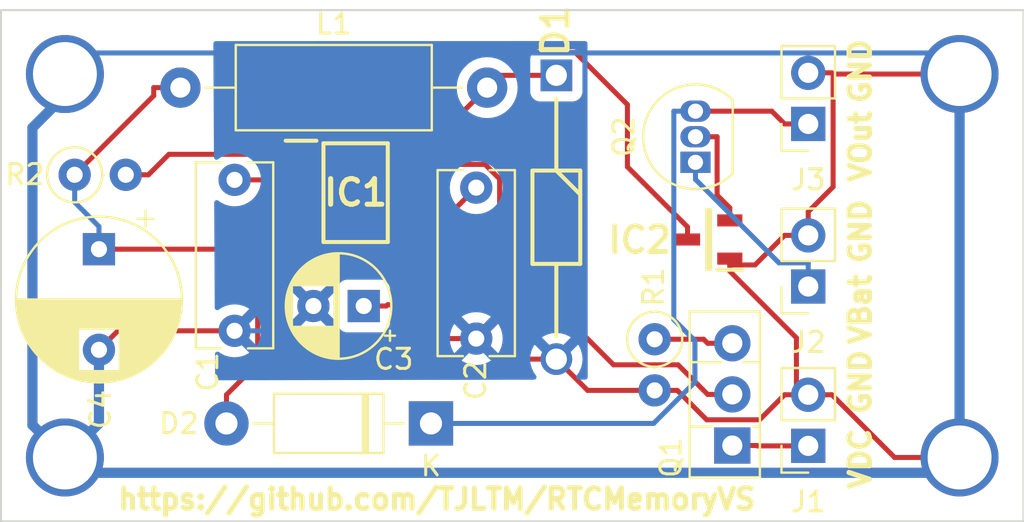
<source format=kicad_pcb>
(kicad_pcb (version 20211014) (generator pcbnew)
  (layers (0 "F.Cu" signal) (31 "B.Cu" signal) (34 "B.Paste" user) (35 "F.Paste" user) (36 "B.SilkS" user "B.Silkscreen") (37 "F.SilkS" user "F.Silkscreen") (38 "B.Mask" user) (39 "F.Mask" user) (44 "Edge.Cuts" user))
  (net 0 "")
  (net 1 "Net-(C1-Pad1)")
  (net 2 "GND")
  (net 3 "Net-(C2-Pad1)")
  (net 4 "+VDC")
  (net 5 "+3.3VP")
  (net 6 "Net-(D1-Pad1)")
  (net 7 "Net-(D2-Pad1)")
  (net 8 "Net-(IC1-Pad1)")
  (net 9 "Net-(IC2-Pad2)")
  (net 10 "Net-(Q1-Pad1)")
  (net 11 "Net-(J2-Pad1)")
  (net 12 "Net-(Q1-Pad3)")
  (footprint "Connector_PinSocket_2.54mm:PinSocket_1x02_P2.54mm_Vertical" (layer "F.Cu") (at 141.7064 81.8545 180)
    (fp_text reference "J3" (at 0 -2.77) (layer "F.SilkS"))
    (fp_text value "Conn_01x02")
    (fp_line (start 1.33 -1.33) (end 1.33 0) (layer "F.SilkS") (width 0.12))
    (fp_line (start 1.33 1.27) (end 1.33 3.87) (layer "F.SilkS") (width 0.12))
    (fp_line (start -1.33 1.27) (end -1.33 3.87) (layer "F.SilkS") (width 0.12))
    (fp_line (start 0 -1.33) (end 1.33 -1.33) (layer "F.SilkS") (width 0.12))
    (fp_line (start -1.33 1.27) (end 1.33 1.27) (layer "F.SilkS") (width 0.12))
    (fp_line (start -1.33 3.87) (end 1.33 3.87) (layer "F.SilkS") (width 0.12))
    (pad "1" thru_hole rect locked (at 0 0 180) (size 1.7 1.7) (drill 1) (layers *.Cu *.Mask) (net 7 "Net-(D2-Pad1)"))
    (pad "2" thru_hole oval locked (at 0 2.54 180) (size 1.7 1.7) (drill 1) (layers *.Cu *.Mask) (net 2 "GND"))
  )
  (footprint "SamacSys_Parts:SOT95P237X112-3N" (layer "F.Cu") (at 136.7591 87.5966 180)
    (fp_text reference "IC2" (at 3.427105 -0.023636) (layer "F.SilkS") (effects (font (size 1.27 1.27) (thickness 0.254))))
    (fp_text value "MAX6326UR31+T" hide)
    (fp_line (start -0.075 1.46) (end -0.075 -1.46) (layer "F.SilkS") (width 0.2))
    (fp_line (start 0.075 1.46) (end -0.075 1.46) (layer "F.SilkS") (width 0.2))
    (fp_line (start 0.075 -1.46) (end 0.075 1.46) (layer "F.SilkS") (width 0.2))
    (fp_line (start -1.675 -1.5) (end -0.425 -1.5) (layer "F.SilkS") (width 0.2))
    (fp_line (start -0.075 -1.46) (end 0.075 -1.46) (layer "F.SilkS") (width 0.2))
    (pad "1" smd rect locked (at -1.05 -0.95 270) (size 0.6 1.25) (layers "F.Cu" "F.Paste" "F.Mask") (net 2 "GND"))
    (pad "2" smd rect locked (at -1.05 0.95 270) (size 0.6 1.25) (layers "F.Cu" "F.Paste" "F.Mask") (net 9 "Net-(IC2-Pad2)"))
    (pad "3" smd rect locked (at 1.05 0 270) (size 0.6 1.25) (layers "F.Cu" "F.Paste" "F.Mask") (net 5 "+3.3VP"))
  )
  (footprint "Connector_PinSocket_2.54mm:PinSocket_1x02_P2.54mm_Vertical" (layer "F.Cu") (at 141.7064 97.8488 180)
    (fp_text reference "J1" (at 0 -2.77) (layer "F.SilkS"))
    (fp_text value "Conn_01x02")
    (fp_line (start 1.33 -1.33) (end 1.33 0) (layer "F.SilkS") (width 0.12))
    (fp_line (start -1.33 3.87) (end 1.33 3.87) (layer "F.SilkS") (width 0.12))
    (fp_line (start -1.33 1.27) (end -1.33 3.87) (layer "F.SilkS") (width 0.12))
    (fp_line (start 1.33 1.27) (end 1.33 3.87) (layer "F.SilkS") (width 0.12))
    (fp_line (start -1.33 1.27) (end 1.33 1.27) (layer "F.SilkS") (width 0.12))
    (fp_line (start 0 -1.33) (end 1.33 -1.33) (layer "F.SilkS") (width 0.12))
    (pad "1" thru_hole rect locked (at 0 0 180) (size 1.7 1.7) (drill 1) (layers *.Cu *.Mask) (net 10 "Net-(Q1-Pad1)"))
    (pad "2" thru_hole oval locked (at 0 2.54 180) (size 1.7 1.7) (drill 1) (layers *.Cu *.Mask) (net 2 "GND"))
  )
  (footprint "Package_TO_SOT_THT:TO-92_Inline" (layer "F.Cu") (at 136.1042 83.7601 90)
    (fp_text reference "Q2" (at 1.27 -3.56 90) (layer "F.SilkS"))
    (fp_text value "BS250")
    (fp_line (start -0.53 1.85) (end 3.07 1.85) (layer "F.SilkS") (width 0.12))
    (fp_arc (start -0.568478 1.838478) (mid -1.132087 -0.994977) (end 1.27 -2.6) (layer "F.SilkS") (width 0.12))
    (fp_arc (start 1.27 -2.6) (mid 3.672087 -0.994977) (end 3.108478 1.838478) (layer "F.SilkS") (width 0.12))
    (pad "1" thru_hole rect locked (at 0 0 90) (size 1.05 1.5) (drill 0.75) (layers *.Cu *.Mask) (net 11 "Net-(J2-Pad1)"))
    (pad "2" thru_hole oval locked (at 1.27 0 90) (size 1.05 1.5) (drill 0.75) (layers *.Cu *.Mask) (net 9 "Net-(IC2-Pad2)"))
    (pad "3" thru_hole oval locked (at 2.54 0 90) (size 1.05 1.5) (drill 0.75) (layers *.Cu *.Mask) (net 7 "Net-(D2-Pad1)"))
  )
  (footprint "Diode_THT:D_DO-41_SOD81_P10.16mm_Horizontal" (layer "F.Cu") (at 122.9619 96.7347 180)
    (fp_text reference "D2" (at 12.525089 0) (layer "F.SilkS"))
    (fp_text value "1N4001")
    (fp_text user "K" (at 0 -2.1) (layer "F.SilkS"))
    (fp_line (start 3.38 -1.47) (end 3.38 1.47) (layer "F.SilkS") (width 0.12))
    (fp_line (start 7.8 1.47) (end 7.8 -1.47) (layer "F.SilkS") (width 0.12))
    (fp_line (start 1.34 0) (end 2.36 0) (layer "F.SilkS") (width 0.12))
    (fp_line (start 8.82 0) (end 7.8 0) (layer "F.SilkS") (width 0.12))
    (fp_line (start 3.14 -1.47) (end 3.14 1.47) (layer "F.SilkS") (width 0.12))
    (fp_line (start 3.26 -1.47) (end 3.26 1.47) (layer "F.SilkS") (width 0.12))
    (fp_line (start 2.36 -1.47) (end 2.36 1.47) (layer "F.SilkS") (width 0.12))
    (fp_line (start 2.36 1.47) (end 7.8 1.47) (layer "F.SilkS") (width 0.12))
    (fp_line (start 7.8 -1.47) (end 2.36 -1.47) (layer "F.SilkS") (width 0.12))
    (pad "1" thru_hole rect locked (at 0 0 180) (size 2.2 2.2) (drill 1.1) (layers *.Cu *.Mask) (net 7 "Net-(D2-Pad1)"))
    (pad "2" thru_hole oval locked (at 10.16 0 180) (size 2.2 2.2) (drill 1.1) (layers *.Cu *.Mask) (net 5 "+3.3VP"))
  )
  (footprint "Package_TO_SOT_THT:TO-126-3_Vertical" (layer "F.Cu") (at 137.9342 97.8319 90)
    (fp_text reference "Q1" (at -0.599132 -3.051853 90) (layer "F.SilkS"))
    (fp_text value "BD140")
    (fp_line (start 4.141 -2.12) (end 4.141 -0.54) (layer "F.SilkS") (width 0.12))
    (fp_line (start 6.66 -2.12) (end 6.66 1.37) (layer "F.SilkS") (width 0.12))
    (fp_line (start -1.58 -2.12) (end 6.66 -2.12) (layer "F.SilkS") (width 0.12))
    (fp_line (start 4.141 0.54) (end 4.141 1.37) (layer "F.SilkS") (width 0.12))
    (fp_line (start 0.94 1.05) (end 0.94 1.37) (layer "F.SilkS") (width 0.12))
    (fp_line (start -1.58 -2.12) (end -1.58 1.37) (layer "F.SilkS") (width 0.12))
    (fp_line (start 0.94 -2.12) (end 0.94 -1.05) (layer "F.SilkS") (width 0.12))
    (fp_line (start -1.58 1.37) (end 6.66 1.37) (layer "F.SilkS") (width 0.12))
    (pad "1" thru_hole rect locked (at 0 0 90) (size 1.8 1.8) (drill 1) (layers *.Cu *.Mask) (net 10 "Net-(Q1-Pad1)"))
    (pad "2" thru_hole oval locked (at 2.54 0 90) (size 1.8 1.8) (drill 1) (layers *.Cu *.Mask) (net 4 "+VDC"))
    (pad "3" thru_hole oval locked (at 5.08 0 90) (size 1.8 1.8) (drill 1) (layers *.Cu *.Mask) (net 12 "Net-(Q1-Pad3)"))
  )
  (footprint "Capacitor_THT:CP_Radial_D8.0mm_P5.00mm" (layer "F.Cu") (at 106.4663 88.0764 -90)
    (fp_text reference "C4" (at 7.968742 -0.070906 90) (layer "F.SilkS"))
    (fp_text value "120uF")
    (fp_line (start 4.901 -3.309) (end 4.901 -1.04) (layer "F.SilkS") (width 0.12))
    (fp_line (start 5.741 -2.505) (end 5.741 -1.04) (layer "F.SilkS") (width 0.12))
    (fp_line (start 5.661 -2.604) (end 5.661 -1.04) (layer "F.SilkS") (width 0.12))
    (fp_line (start 3.781 -3.877) (end 3.781 3.877) (layer "F.SilkS") (width 0.12))
    (fp_line (start 4.261 -3.686) (end 4.261 -1.04) (layer "F.SilkS") (width 0.12))
    (fp_line (start 4.181 -3.722) (end 4.181 -1.04) (layer "F.SilkS") (width 0.12))
    (fp_line (start 2.5 -4.08) (end 2.5 4.08) (layer "F.SilkS") (width 0.12))
    (fp_line (start 4.581 1.04) (end 4.581 3.517) (layer "F.SilkS") (width 0.12))
    (fp_line (start 4.701 -3.444) (end 4.701 -1.04) (layer "F.SilkS") (width 0.12))
    (fp_line (start 2.9 -4.061) (end 2.9 4.061) (layer "F.SilkS") (width 0.12))
    (fp_line (start 5.701 1.04) (end 5.701 2.556) (layer "F.SilkS") (width 0.12))
    (fp_line (start 5.261 1.04) (end 5.261 3.019) (layer "F.SilkS") (width 0.12))
    (fp_line (start 4.421 -3.606) (end 4.421 -1.04) (layer "F.SilkS") (width 0.12))
    (fp_line (start 2.74 -4.074) (end 2.74 4.074) (layer "F.SilkS") (width 0.12))
    (fp_line (start 4.221 1.04) (end 4.221 3.704) (layer "F.SilkS") (width 0.12))
    (fp_line (start 2.98 -4.052) (end 2.98 4.052) (layer "F.SilkS") (width 0.12))
    (fp_line (start 4.341 -3.647) (end 4.341 -1.04) (layer "F.SilkS") (width 0.12))
    (fp_line (start 5.021 1.04) (end 5.021 3.22) (layer "F.SilkS") (width 0.12))
    (fp_line (start 4.661 1.04) (end 4.661 3.469) (layer "F.SilkS") (width 0.12))
    (fp_line (start 6.181 -1.813) (end 6.181 1.813) (layer "F.SilkS") (width 0.12))
    (fp_line (start 5.621 1.04) (end 5.621 2.651) (layer "F.SilkS") (width 0.12))
    (fp_line (start 4.621 -3.493) (end 4.621 -1.04) (layer "F.SilkS") (width 0.12))
    (fp_line (start 5.541 -2.741) (end 5.541 -1.04) (layer "F.SilkS") (width 0.12))
    (fp_line (start 4.741 -3.418) (end 4.741 -1.04) (layer "F.SilkS") (width 0.12))
    (fp_line (start 2.62 -4.079) (end 2.62 4.079) (layer "F.SilkS") (width 0.12))
    (fp_line (start -1.909698 -2.315) (end -1.109698 -2.315) (layer "F.SilkS") (width 0.12))
    (fp_line (start 4.621 1.04) (end 4.621 3.493) (layer "F.SilkS") (width 0.12))
    (fp_line (start 3.501 -3.957) (end 3.501 3.957) (layer "F.SilkS") (width 0.12))
    (fp_line (start 5.661 1.04) (end 5.661 2.604) (layer "F.SilkS") (width 0.12))
    (fp_line (start 2.66 -4.077) (end 2.66 4.077) (layer "F.SilkS") (width 0.12))
    (fp_line (start 3.861 -3.85) (end 3.861 3.85) (layer "F.SilkS") (width 0.12))
    (fp_line (start 5.141 1.04) (end 5.141 3.124) (layer "F.SilkS") (width 0.12))
    (fp_line (start 3.741 -3.889) (end 3.741 3.889) (layer "F.SilkS") (width 0.12))
    (fp_line (start 3.1 -4.037) (end 3.1 4.037) (layer "F.SilkS") (width 0.12))
    (fp_line (start 5.781 -2.454) (end 5.781 -1.04) (layer "F.SilkS") (width 0.12))
    (fp_line (start 5.941 -2.228) (end 5.941 -1.04) (layer "F.SilkS") (width 0.12))
    (fp_line (start 5.781 1.04) (end 5.781 2.454) (layer "F.SilkS") (width 0.12))
    (fp_line (start 4.941 -3.28) (end 4.941 -1.04) (layer "F.SilkS") (width 0.12))
    (fp_line (start 4.061 -3.774) (end 4.061 -1.04) (layer "F.SilkS") (width 0.12))
    (fp_line (start 4.341 1.04) (end 4.341 3.647) (layer "F.SilkS") (width 0.12))
    (fp_line (start 3.421 -3.976) (end 3.421 3.976) (layer "F.SilkS") (width 0.12))
    (fp_line (start 3.981 -3.805) (end 3.981 -1.04) (layer "F.SilkS") (width 0.12))
    (fp_line (start 6.261 -1.645) (end 6.261 1.645) (layer "F.SilkS") (width 0.12))
    (fp_line (start 5.501 1.04) (end 5.501 2.784) (layer "F.SilkS") (width 0.12))
    (fp_line (start 4.381 1.04) (end 4.381 3.627) (layer "F.SilkS") (width 0.12))
    (fp_line (start 6.021 1.04) (end 6.021 2.102) (layer "F.SilkS") (width 0.12))
    (fp_line (start 4.821 1.04) (end 4.821 3.365) (layer "F.SilkS") (width 0.12))
    (fp_line (start 5.261 -3.019) (end 5.261 -1.04) (layer "F.SilkS") (width 0.12))
    (fp_line (start 3.541 -3.947) (end 3.541 3.947) (layer "F.SilkS") (width 0.12))
    (fp_line (start 6.501 -0.948) (end 6.501 0.948) (layer "F.SilkS") (width 0.12))
    (fp_line (start 5.221 -3.055) (end 5.221 -1.04) (layer "F.SilkS") (width 0.12))
    (fp_line (start 4.781 1.04) (end 4.781 3.392) (layer "F.SilkS") (width 0.12))
    (fp_line (start 3.18 -4.024) (end 3.18 4.024) (layer "F.SilkS") (width 0.12))
    (fp_line (start 5.941 1.04) (end 5.941 2.228) (layer "F.SilkS") (width 0.12))
    (fp_line (start 5.741 1.04) (end 5.741 2.505) (layer "F.SilkS") (width 0.12))
    (fp_line (start 4.981 -3.25) (end 4.981 -1.04) (layer "F.SilkS") (width 0.12))
    (fp_line (start 3.221 -4.017) (end 3.221 4.017) (layer "F.SilkS") (width 0.12))
    (fp_line (start 5.181 1.04) (end 5.181 3.09) (layer "F.SilkS") (width 0.12))
    (fp_line (start 5.341 1.04) (end 5.341 2.945) (layer "F.SilkS") (width 0.12))
    (fp_line (start 6.021 -2.102) (end 6.021 -1.04) (layer "F.SilkS") (width 0.12))
    (fp_line (start 3.941 -3.821) (end 3.941 3.821) (layer "F.SilkS") (width 0.12))
    (fp_line (start 4.061 1.04) (end 4.061 3.774) (layer "F.SilkS") (width 0.12))
    (fp_line (start 5.181 -3.09) (end 5.181 -1.04) (layer "F.SilkS") (width 0.12))
    (fp_line (start 3.701 -3.902) (end 3.701 3.902) (layer "F.SilkS") (width 0.12))
    (fp_line (start 6.221 -1.731) (end 6.221 1.731) (layer "F.SilkS") (width 0.12))
    (fp_line (start 3.14 -4.03) (end 3.14 4.03) (layer "F.SilkS") (width 0.12))
    (fp_line (start 5.381 1.04) (end 5.381 2.907) (layer "F.SilkS") (width 0.12))
    (fp_line (start 3.02 -4.048) (end 3.02 4.048) (layer "F.SilkS") (width 0.12))
    (fp_line (start -1.509698 -2.715) (end -1.509698 -1.915) (layer "F.SilkS") (width 0.12))
    (fp_line (start 4.021 1.04) (end 4.021 3.79) (layer "F.SilkS") (width 0.12))
    (fp_line (start 5.701 -2.556) (end 5.701 -1.04) (layer "F.SilkS") (width 0.12))
    (fp_line (start 5.861 1.04) (end 5.861 2.345) (layer "F.SilkS") (width 0.12))
    (fp_line (start 4.381 -3.627) (end 4.381 -1.04) (layer "F.SilkS") (width 0.12))
    (fp_line (start 3.461 -3.967) (end 3.461 3.967) (layer "F.SilkS") (width 0.12))
    (fp_line (start 4.501 -3.562) (end 4.501 -1.04) (layer "F.SilkS") (width 0.12))
    (fp_line (start 5.421 -2.867) (end 5.421 -1.04) (layer "F.SilkS") (width 0.12))
    (fp_line (start 3.661 -3.914) (end 3.661 3.914) (layer "F.SilkS") (width 0.12))
    (fp_line (start 4.461 1.04) (end 4.461 3.584) (layer "F.SilkS") (width 0.12))
    (fp_line (start 4.781 -3.392) (end 4.781 -1.04) (layer "F.SilkS") (width 0.12))
    (fp_line (start 5.581 -2.697) (end 5.581 -1.04) (layer "F.SilkS") (width 0.12))
    (fp_line (start 5.301 -2.983) (end 5.301 -1.04) (layer "F.SilkS") (width 0.12))
    (fp_line (start 5.821 1.04) (end 5.821 2.4) (layer "F.SilkS") (width 0.12))
    (fp_line (start 4.181 1.04) (end 4.181 3.722) (layer "F.SilkS") (width 0.12))
    (fp_line (start 4.221 -3.704) (end 4.221 -1.04) (layer "F.SilkS") (width 0.12))
    (fp_line (start 2.54 -4.08) (end 2.54 4.08) (layer "F.SilkS") (width 0.12))
    (fp_line (start 2.94 -4.057) (end 2.94 4.057) (layer "F.SilkS") (width 0.12))
    (fp_line (start 4.301 1.04) (end 4.301 3.666) (layer "F.SilkS") (width 0.12))
    (fp_line (start 4.701 1.04) (end 4.701 3.444) (layer "F.SilkS") (width 0.12))
    (fp_line (start 4.101 1.04) (end 4.101 3.757) (layer "F.SilkS") (width 0.12))
    (fp_line (start 5.861 -2.345) (end 5.861 -1.04) (layer "F.SilkS") (width 0.12))
    (fp_line (start 4.101 -3.757) (end 4.101 -1.04) (layer "F.SilkS") (width 0.12))
    (fp_line (start 3.821 -3.863) (end 3.821 3.863) (layer "F.SilkS") (width 0.12))
    (fp_line (start 3.341 -3.994) (end 3.341 3.994) (layer "F.SilkS") (width 0.12))
    (fp_line (start 6.141 -1.89) (end 6.141 1.89) (layer "F.SilkS") (width 0.12))
    (fp_line (start 5.821 -2.4) (end 5.821 -1.04) (layer "F.SilkS") (width 0.12))
    (fp_line (start 5.021 -3.22) (end 5.021 -1.04) (layer "F.SilkS") (width 0.12))
    (fp_line (start 3.301 -4.002) (end 3.301 4.002) (layer "F.SilkS") (width 0.12))
    (fp_line (start 5.981 -2.166) (end 5.981 -1.04) (layer "F.SilkS") (width 0.12))
    (fp_line (start 3.06 -4.042) (end 3.06 4.042) (layer "F.SilkS") (width 0.12))
    (fp_line (start 5.461 -2.826) (end 5.461 -1.04) (layer "F.SilkS") (width 0.12))
    (fp_line (start 6.381 -1.346) (end 6.381 1.346) (layer "F.SilkS") (width 0.12))
    (fp_line (start 4.981 1.04) (end 4.981 3.25) (layer "F.SilkS") (width 0.12))
    (fp_line (start 4.861 1.04) (end 4.861 3.338) (layer "F.SilkS") (width 0.12))
    (fp_line (start 5.421 1.04) (end 5.421 2.867) (layer "F.SilkS") (width 0.12))
    (fp_line (start 4.421 1.04) (end 4.421 3.606) (layer "F.SilkS") (width 0.12))
    (fp_line (start 5.461 1.04) (end 5.461 2.826) (layer "F.SilkS") (width 0.12))
    (fp_line (start 4.901 1.04) (end 4.901 3.309) (layer "F.SilkS") (width 0.12))
    (fp_line (start 5.221 1.04) (end 5.221 3.055) (layer "F.SilkS") (width 0.12))
    (fp_line (start 5.061 -3.189) (end 5.061 -1.04) (layer "F.SilkS") (width 0.12))
    (fp_line (start 6.461 -1.098) (end 6.461 1.098) (layer "F.SilkS") (width 0.12))
    (fp_line (start 6.541 -0.768) (end 6.541 0.768) (layer "F.SilkS") (width 0.12))
    (fp_line (start 4.541 -3.54) (end 4.541 -1.04) (layer "F.SilkS") (width 0.12))
    (fp_line (start 4.021 -3.79) (end 4.021 -1.04) (layer "F.SilkS") (width 0.12))
    (fp_line (start 5.101 1.04) (end 5.101 3.156) (layer "F.SilkS") (width 0.12))
    (fp_line (start 6.061 -2.034) (end 6.061 2.034) (layer "F.SilkS") (width 0.12))
    (fp_line (start 4.461 -3.584) (end 4.461 -1.04) (layer "F.SilkS") (width 0.12))
    (fp_line (start 5.101 -3.156) (end 5.101 -1.04) (layer "F.SilkS") (width 0.12))
    (fp_line (start 6.421 -1.229) (end 6.421 1.229) (layer "F.SilkS") (width 0.12))
    (fp_line (start 3.261 -4.01) (end 3.261 4.01) (layer "F.SilkS") (width 0.12))
    (fp_line (start 2.7 -4.076) (end 2.7 4.076) (layer "F.SilkS") (width 0.12))
    (fp_line (start 4.141 -3.74) (end 4.141 -1.04) (layer "F.SilkS") (width 0.12))
    (fp_line (start 5.301 1.04) (end 5.301 2.983) (layer "F.SilkS") (width 0.12))
    (fp_line (start 5.901 1.04) (end 5.901 2.287) (layer "F.SilkS") (width 0.12))
    (fp_line (start 5.141 -3.124) (end 5.141 -1.04) (layer "F.SilkS") (width 0.12))
    (fp_line (start 6.341 -1.453) (end 6.341 1.453) (layer "F.SilkS") (width 0.12))
    (fp_line (start 6.101 -1.964) (end 6.101 1.964) (layer "F.SilkS") (width 0.12))
    (fp_line (start 2.58 -4.08) (end 2.58 4.08) (layer "F.SilkS") (width 0.12))
    (fp_line (start 4.661 -3.469) (end 4.661 -1.04) (layer "F.SilkS") (width 0.12))
    (fp_line (start 5.581 1.04) (end 5.581 2.697) (layer "F.SilkS") (width 0.12))
    (fp_line (start 5.501 -2.784) (end 5.501 -1.04) (layer "F.SilkS") (width 0.12))
    (fp_line (start 4.261 1.04) (end 4.261 3.686) (layer "F.SilkS") (width 0.12))
    (fp_line (start 5.341 -2.945) (end 5.341 -1.04) (layer "F.SilkS") (width 0.12))
    (fp_line (start 4.821 -3.365) (end 4.821 -1.04) (layer "F.SilkS") (width 0.12))
    (fp_line (start 4.741 1.04) (end 4.741 3.418) (layer "F.SilkS") (width 0.12))
    (fp_line (start 4.861 -3.338) (end 4.861 -1.04) (layer "F.SilkS") (width 0.12))
    (fp_line (start 4.941 1.04) (end 4.941 3.28) (layer "F.SilkS") (width 0.12))
    (fp_line (start 5.381 -2.907) (end 5.381 -1.04) (layer "F.SilkS") (width 0.12))
    (fp_line (start 2.78 -4.071) (end 2.78 4.071) (layer "F.SilkS") (width 0.12))
    (fp_line (start 5.981 1.04) (end 5.981 2.166) (layer "F.SilkS") (width 0.12))
    (fp_line (start 4.141 1.04) (end 4.141 3.74) (layer "F.SilkS") (width 0.12))
    (fp_line (start 4.541 1.04) (end 4.541 3.54) (layer "F.SilkS") (width 0.12))
    (fp_line (start 4.501 1.04) (end 4.501 3.562) (layer "F.SilkS") (width 0.12))
    (fp_line (start 2.82 -4.068) (end 2.82 4.068) (layer "F.SilkS") (width 0.12))
    (fp_line (start 6.301 -1.552) (end 6.301 1.552) (layer "F.SilkS") (width 0.12))
    (fp_line (start 4.581 -3.517) (end 4.581 -1.04) (layer "F.SilkS") (width 0.12))
    (fp_line (start 5.901 -2.287) (end 5.901 -1.04) (layer "F.SilkS") (width 0.12))
    (fp_line (start 3.901 -3.835) (end 3.901 3.835) (layer "F.SilkS") (width 0.12))
    (fp_line (start 6.581 -0.533) (end 6.581 0.533) (layer "F.SilkS") (width 0.12))
    (fp_line (start 5.061 1.04) (end 5.061 3.189) (layer "F.SilkS") (width 0.12))
    (fp_line (start 3.981 1.04) (end 3.981 3.805) (layer "F.SilkS") (width 0.12))
    (fp_line (start 3.621 -3.925) (end 3.621 3.925) (layer "F.SilkS") (width 0.12))
    (fp_line (start 3.581 -3.936) (end 3.581 3.936) (layer "F.SilkS") (width 0.12))
    (fp_line (start 3.381 -3.985) (end 3.381 3.985) (layer "F.SilkS") (width 0.12))
    (fp_line (start 5.541 1.04) (end 5.541 2.741) (layer "F.SilkS") (width 0.12))
    (fp_line (start 2.86 -4.065) (end 2.86 4.065) (layer "F.SilkS") (width 0.12))
    (fp_line (start 4.301 -3.666) (end 4.301 -1.04) (layer "F.SilkS") (width 0.12))
    (fp_line (start 5.621 -2.651) (end 5.621 -1.04) (layer "F.SilkS") (width 0.12))
    (fp_circle (center 2.5 0) (end 6.62 0) (layer "F.SilkS") (width 0.12) (fill none))
    (pad "1" thru_hole rect locked (at 0 0 270) (size 1.6 1.6) (drill 0.8) (layers *.Cu *.Mask) (net 5 "+3.3VP"))
    (pad "2" thru_hole circle locked (at 5 0 270) (size 1.6 1.6) (drill 0.8) (layers *.Cu *.Mask) (net 2 "GND"))
  )
  (footprint "SamacSys_Parts:SOIC127P600X175-8N" (layer "F.Cu") (at 119.2181 85.2682)
    (fp_text reference "IC1" (at 0 0) (layer "F.SilkS") (effects (font (size 1.27 1.27) (thickness 0.254))))
    (fp_text value "LM2597M-3.3_NOPB" hide)
    (fp_line (start -1.598 -2.452) (end 1.598 -2.452) (layer "F.SilkS") (width 0.2))
    (fp_line (start 1.598 -2.452) (end 1.598 2.452) (layer "F.SilkS") (width 0.2))
    (fp_line (start 1.598 2.452) (end -1.598 2.452) (layer "F.SilkS") (width 0.2))
    (fp_line (start -3.475 -2.58) (end -1.948 -2.58) (layer "F.SilkS") (width 0.2))
    (fp_line (start -1.598 2.452) (end -1.598 -2.452) (layer "F.SilkS") (width 0.2))
    (pad "1" smd rect locked (at -2.711 -1.905 90) (size 0.65 1.528) (layers "F.Cu" "F.Paste" "F.Mask") (net 8 "Net-(IC1-Pad1)"))
    (pad "2" smd rect locked (at -2.711 -0.635 90) (size 0.65 1.528) (layers "F.Cu" "F.Paste" "F.Mask") (net 1 "Net-(C1-Pad1)"))
    (pad "3" smd rect locked (at -2.711 0.635 90) (size 0.65 1.528) (layers "F.Cu" "F.Paste" "F.Mask") (net 5 "+3.3VP"))
    (pad "4" smd rect locked (at -2.711 1.905 90) (size 0.65 1.528) (layers "F.Cu" "F.Paste" "F.Mask") (net 5 "+3.3VP"))
    (pad "5" smd rect locked (at 2.711 1.905 90) (size 0.65 1.528) (layers "F.Cu" "F.Paste" "F.Mask") (net 3 "Net-(C2-Pad1)"))
    (pad "6" smd rect locked (at 2.711 0.635 90) (size 0.65 1.528) (layers "F.Cu" "F.Paste" "F.Mask") (net 2 "GND"))
    (pad "7" smd rect locked (at 2.711 -0.635 90) (size 0.65 1.528) (layers "F.Cu" "F.Paste" "F.Mask") (net 4 "+VDC"))
    (pad "8" smd rect locked (at 2.711 -1.905 90) (size 0.65 1.528) (layers "F.Cu" "F.Paste" "F.Mask") (net 6 "Net-(D1-Pad1)"))
  )
  (footprint "Resistor_THT:R_Axial_DIN0207_L6.3mm_D2.5mm_P2.54mm_Vertical" (layer "F.Cu") (at 134.075 92.552 -90)
    (fp_text reference "R1" (at -2.602814 0.058835 -270) (layer "F.SilkS"))
    (fp_text value "4.7K")
    (fp_line (start 1.37 0) (end 1.44 0) (layer "F.SilkS") (width 0.12))
    (fp_circle (center 0 0) (end 1.37 0) (layer "F.SilkS") (width 0.12) (fill none))
    (pad "1" thru_hole circle locked (at 0 0 270) (size 1.6 1.6) (drill 0.8) (layers *.Cu *.Mask) (net 12 "Net-(Q1-Pad3)"))
    (pad "2" thru_hole oval locked (at 2.54 0 270) (size 1.6 1.6) (drill 0.8) (layers *.Cu *.Mask) (net 2 "GND"))
  )
  (footprint "Resistor_THT:R_Axial_DIN0207_L6.3mm_D2.5mm_P2.54mm_Vertical" (layer "F.Cu") (at 105.2591 84.3805)
    (fp_text reference "R2" (at -2.468767 -0.015757) (layer "F.SilkS"))
    (fp_text value "4.7K")
    (fp_line (start 1.37 0) (end 1.44 0) (layer "F.SilkS") (width 0.12))
    (fp_circle (center 0 0) (end 1.37 0) (layer "F.SilkS") (width 0.12) (fill none))
    (pad "1" thru_hole circle locked (at 0 0) (size 1.6 1.6) (drill 0.8) (layers *.Cu *.Mask) (net 5 "+3.3VP"))
    (pad "2" thru_hole oval locked (at 2.54 0) (size 1.6 1.6) (drill 0.8) (layers *.Cu *.Mask) (net 8 "Net-(IC1-Pad1)"))
  )
  (footprint "Capacitor_THT:CP_Radial_D5.0mm_P2.50mm" (layer "F.Cu") (at 119.6215 90.9001 180)
    (fp_text reference "C3" (at -1.48667 -2.643858) (layer "F.SilkS"))
    (fp_text value "68uF")
    (fp_line (start 1.65 1.04) (end 1.65 2.55) (layer "F.SilkS") (width 0.12))
    (fp_line (start 1.93 1.04) (end 1.93 2.491) (layer "F.SilkS") (width 0.12))
    (fp_line (start 2.171 -2.414) (end 2.171 -1.04) (layer "F.SilkS") (width 0.12))
    (fp_line (start 3.051 -1.864) (end 3.051 -1.04) (layer "F.SilkS") (width 0.12))
    (fp_line (start 1.57 1.04) (end 1.57 2.561) (layer "F.SilkS") (width 0.12))
    (fp_line (start 2.531 1.04) (end 2.531 2.247) (layer "F.SilkS") (width 0.12))
    (fp_line (start 1.85 1.04) (end 1.85 2.511) (layer "F.SilkS") (width 0.12))
    (fp_line (start 1.89 -2.501) (end 1.89 -1.04) (layer "F.SilkS") (width 0.12))
    (fp_line (start 2.891 -2.004) (end 2.891 -1.04) (layer "F.SilkS") (width 0.12))
    (fp_line (start 1.49 1.04) (end 1.49 2.569) (layer "F.SilkS") (width 0.12))
    (fp_line (start 3.011 1.04) (end 3.011 1.901) (layer "F.SilkS") (width 0.12))
    (fp_line (start 3.451 1.04) (end 3.451 1.383) (layer "F.SilkS") (width 0.12))
    (fp_line (start 3.171 1.04) (end 3.171 1.743) (layer "F.SilkS") (width 0.12))
    (fp_line (start 2.251 1.04) (end 2.251 2.382) (layer "F.SilkS") (width 0.12))
    (fp_line (start 2.811 1.04) (end 2.811 2.065) (layer "F.SilkS") (width 0.12))
    (fp_line (start 2.411 -2.31) (end 2.411 -1.04) (layer "F.SilkS") (width 0.12))
    (fp_line (start 1.53 -2.565) (end 1.53 -1.04) (layer "F.SilkS") (width 0.12))
    (fp_line (start 1.971 -2.48) (end 1.971 -1.04) (layer "F.SilkS") (width 0.12))
    (fp_line (start 1.85 -2.511) (end 1.85 -1.04) (layer "F.SilkS") (width 0.12))
    (fp_line (start 1.69 -2.543) (end 1.69 -1.04) (layer "F.SilkS") (width 0.12))
    (fp_line (start 3.611 -1.098) (end 3.611 1.098) (layer "F.SilkS") (width 0.12))
    (fp_line (start 3.491 1.04) (end 3.491 1.319) (layer "F.SilkS") (width 0.12))
    (fp_line (start 3.691 -0.915) (end 3.691 0.915) (layer "F.SilkS") (width 0.12))
    (fp_line (start 2.091 1.04) (end 2.091 2.442) (layer "F.SilkS") (width 0.12))
    (fp_line (start 3.411 -1.443) (end 3.411 -1.04) (layer "F.SilkS") (width 0.12))
    (fp_line (start 3.331 1.04) (end 3.331 1.554) (layer "F.SilkS") (width 0.12))
    (fp_line (start 2.931 1.04) (end 2.931 1.971) (layer "F.SilkS") (width 0.12))
    (fp_line (start 3.651 -1.011) (end 3.651 1.011) (layer "F.SilkS") (width 0.12))
    (fp_line (start 1.89 1.04) (end 1.89 2.501) (layer "F.SilkS") (width 0.12))
    (fp_line (start 1.49 -2.569) (end 1.49 -1.04) (layer "F.SilkS") (width 0.12))
    (fp_line (start 1.77 1.04) (end 1.77 2.528) (layer "F.SilkS") (width 0.12))
    (fp_line (start 3.051 1.04) (end 3.051 1.864) (layer "F.SilkS") (width 0.12))
    (fp_line (start 1.33 -2.579) (end 1.33 2.579) (layer "F.SilkS") (width 0.12))
    (fp_line (start 2.091 -2.442) (end 2.091 -1.04) (layer "F.SilkS") (width 0.12))
    (fp_line (start 2.371 -2.329) (end 2.371 -1.04) (layer "F.SilkS") (width 0.12))
    (fp_line (start 2.131 -2.428) (end 2.131 -1.04) (layer "F.SilkS") (width 0.12))
    (fp_line (start 2.331 1.04) (end 2.331 2.348) (layer "F.SilkS") (width 0.12))
    (fp_line (start 2.371 1.04) (end 2.371 2.329) (layer "F.SilkS") (width 0.12))
    (fp_line (start 3.851 -0.284) (end 3.851 0.284) (layer "F.SilkS") (width 0.12))
    (fp_line (start 2.211 1.04) (end 2.211 2.398) (layer "F.SilkS") (width 0.12))
    (fp_line (start 3.171 -1.743) (end 3.171 -1.04) (layer "F.SilkS") (width 0.12))
    (fp_line (start 2.491 1.04) (end 2.491 2.268) (layer "F.SilkS") (width 0.12))
    (fp_line (start 2.771 1.04) (end 2.771 2.095) (layer "F.SilkS") (width 0.12))
    (fp_line (start 3.771 -0.677) (end 3.771 0.677) (layer "F.SilkS") (width 0.12))
    (fp_line (start 2.211 -2.398) (end 2.211 -1.04) (layer "F.SilkS") (width 0.12))
    (fp_line (start 2.131 1.04) (end 2.131 2.428) (layer "F.SilkS") (width 0.12))
    (fp_line (start 1.73 -2.536) (end 1.73 -1.04) (layer "F.SilkS") (width 0.12))
    (fp_line (start 3.011 -1.901) (end 3.011 -1.04) (layer "F.SilkS") (width 0.12))
    (fp_line (start 3.571 -1.178) (end 3.571 1.178) (layer "F.SilkS") (width 0.12))
    (fp_line (start 1.65 -2.55) (end 1.65 -1.04) (layer "F.SilkS") (width 0.12))
    (fp_line (start 2.651 1.04) (end 2.651 2.175) (layer "F.SilkS") (width 0.12))
    (fp_line (start 2.011 1.04) (end 2.011 2.468) (layer "F.SilkS") (width 0.12))
    (fp_line (start 2.411 1.04) (end 2.411 2.31) (layer "F.SilkS") (width 0.12))
    (fp_line (start 2.611 1.04) (end 2.611 2.2) (layer "F.SilkS") (width 0.12))
    (fp_line (start 2.291 -2.365) (end 2.291 -1.04) (layer "F.SilkS") (width 0.12))
    (fp_line (start 3.371 1.04) (end 3.371 1.5) (layer "F.SilkS") (width 0.12))
    (fp_line (start 2.171 1.04) (end 2.171 2.414) (layer "F.SilkS") (width 0.12))
    (fp_line (start 2.451 -2.29) (end 2.451 -1.04) (layer "F.SilkS") (width 0.12))
    (fp_line (start 2.051 -2.455) (end 2.051 -1.04) (layer "F.SilkS") (width 0.12))
    (fp_line (start 2.571 1.04) (end 2.571 2.224) (layer "F.SilkS") (width 0.12))
    (fp_line (start 1.45 -2.573) (end 1.45 2.573) (layer "F.SilkS") (width 0.12))
    (fp_line (start 2.691 -2.149) (end 2.691 -1.04) (layer "F.SilkS") (width 0.12))
    (fp_line (start 2.611 -2.2) (end 2.611 -1.04) (layer "F.SilkS") (width 0.12))
    (fp_line (start 3.211 1.04) (end 3.211 1.699) (layer "F.SilkS") (width 0.12))
    (fp_line (start 1.53 1.04) (end 1.53 2.565) (layer "F.SilkS") (width 0.12))
    (fp_line (start 2.571 -2.224) (end 2.571 -1.04) (layer "F.SilkS") (width 0.12))
    (fp_line (start 2.291 1.04) (end 2.291 2.365) (layer "F.SilkS") (width 0.12))
    (fp_line (start 3.091 1.04) (end 3.091 1.826) (layer "F.SilkS") (width 0.12))
    (fp_line (start 1.41 -2.576) (end 1.41 2.576) (layer "F.SilkS") (width 0.12))
    (fp_line (start 1.81 1.04) (end 1.81 2.52) (layer "F.SilkS") (width 0.12))
    (fp_line (start 1.61 -2.556) (end 1.61 -1.04) (layer "F.SilkS") (width 0.12))
    (fp_line (start 3.131 1.04) (end 3.131 1.785) (layer "F.SilkS") (width 0.12))
    (fp_line (start 3.331 -1.554) (end 3.331 -1.04) (layer "F.SilkS") (width 0.12))
    (fp_line (start 2.051 1.04) (end 2.051 2.455) (layer "F.SilkS") (width 0.12))
    (fp_line (start 1.29 -2.58) (end 1.29 2.58) (layer "F.SilkS") (width 0.12))
    (fp_line (start 3.291 1.04) (end 3.291 1.605) (layer "F.SilkS") (width 0.12))
    (fp_line (start 2.651 -2.175) (end 2.651 -1.04) (layer "F.SilkS") (width 0.12))
    (fp_line (start 2.971 -1.937) (end 2.971 -1.04) (layer "F.SilkS") (width 0.12))
    (fp_line (start 3.091 -1.826) (end 3.091 -1.04) (layer "F.SilkS") (width 0.12))
    (fp_line (start 1.37 -2.578) (end 1.37 2.578) (layer "F.SilkS") (width 0.12))
    (fp_line (start 2.891 1.04) (end 2.891 2.004) (layer "F.SilkS") (width 0.12))
    (fp_line (start 3.451 -1.383) (end 3.451 -1.04) (layer "F.SilkS") (width 0.12))
    (fp_line (start 2.251 -2.382) (end 2.251 -1.04) (layer "F.SilkS") (width 0.12))
    (fp_line (start 1.77 -2.528) (end 1.77 -1.04) (layer "F.SilkS") (width 0.12))
    (fp_line (start 2.851 1.04) (end 2.851 2.035) (layer "F.SilkS") (width 0.12))
    (fp_line (start 1.69 1.04) (end 1.69 2.543) (layer "F.SilkS") (width 0.12))
    (fp_line (start 2.331 -2.348) (end 2.331 -1.04) (layer "F.SilkS") (width 0.12))
    (fp_line (start 3.371 -1.5) (end 3.371 -1.04) (layer "F.SilkS") (width 0.12))
    (fp_line (start 1.73 1.04) (end 1.73 2.536) (layer "F.SilkS") (width 0.12))
    (fp_line (start 3.291 -1.605) (end 3.291 -1.04) (layer "F.SilkS") (width 0.12))
    (fp_line (start 2.811 -2.065) (end 2.811 -1.04) (layer "F.SilkS") (width 0.12))
    (fp_line (start 2.971 1.04) (end 2.971 1.937) (layer "F.SilkS") (width 0.12))
    (fp_line (start 3.531 1.04) (end 3.531 1.251) (layer "F.SilkS") (width 0.12))
    (fp_line (start 2.771 -2.095) (end 2.771 -1.04) (layer "F.SilkS") (width 0.12))
    (fp_line (start 3.531 -1.251) (end 3.531 -1.04) (layer "F.SilkS") (width 0.12))
    (fp_line (start 3.731 -0.805) (end 3.731 0.805) (layer "F.SilkS") (width 0.12))
    (fp_line (start 1.61 1.04) (end 1.61 2.556) (layer "F.SilkS") (width 0.12))
    (fp_line (start 3.131 -1.785) (end 3.131 -1.04) (layer "F.SilkS") (width 0.12))
    (fp_line (start 1.57 -2.561) (end 1.57 -1.04) (layer "F.SilkS") (width 0.12))
    (fp_line (start 3.211 -1.699) (end 3.211 -1.04) (layer "F.SilkS") (width 0.12))
    (fp_line (start 1.93 -2.491) (end 1.93 -1.04) (layer "F.SilkS") (width 0.12))
    (fp_line (start 2.011 -2.468) (end 2.011 -1.04) (layer "F.SilkS") (width 0.12))
    (fp_line (start 2.731 -2.122) (end 2.731 -1.04) (layer "F.SilkS") (width 0.12))
    (fp_line (start 2.491 -2.268) (end 2.491 -1.04) (layer "F.SilkS") (width 0.12))
    (fp_line (start 3.811 -0.518) (end 3.811 0.518) (layer "F.SilkS") (width 0.12))
    (fp_line (start 3.491 -1.319) (end 3.491 -1.04) (layer "F.SilkS") (width 0.12))
    (fp_line (start 1.25 -2.58) (end 1.25 2.58) (layer "F.SilkS") (width 0.12))
    (fp_line (start 1.81 -2.52) (end 1.81 -1.04) (layer "F.SilkS") (width 0.12))
    (fp_line (start 3.251 1.04) (end 3.251 1.653) (layer "F.SilkS") (width 0.12))
    (fp_line (start 2.691 1.04) (end 2.691 2.149) (layer "F.SilkS") (width 0.12))
    (fp_line (start 3.411 1.04) (end 3.411 1.443) (layer "F.SilkS") (width 0.12))
    (fp_line (start 2.931 -1.971) (end 2.931 -1.04) (layer "F.SilkS") (width 0.12))
    (fp_line (start -1.554775 -1.475) (end -1.054775 -1.475) (layer "F.SilkS") (width 0.12))
    (fp_line (start 2.851 -2.035) (end 2.851 -1.04) (layer "F.SilkS") (width 0.12))
    (fp_line (start -1.304775 -1.725) (end -1.304775 -1.225) (layer "F.SilkS") (width 0.12))
    (fp_line (start 3.251 -1.653) (end 3.251 -1.04) (layer "F.SilkS") (width 0.12))
    (fp_line (start 1.971 1.04) (end 1.971 2.48) (layer "F.SilkS") (width 0.12))
    (fp_line (start 2.451 1.04) (end 2.451 2.29) (layer "F.SilkS") (width 0.12))
    (fp_line (start 2.531 -2.247) (end 2.531 -1.04) (layer "F.SilkS") (width 0.12))
    (fp_line (start 2.731 1.04) (end 2.731 2.122) (layer "F.SilkS") (width 0.12))
    (fp_circle (center 1.25 0) (end 3.87 0) (layer "F.SilkS") (width 0.12) (fill none))
    (pad "1" thru_hole rect locked (at 0 0 180) (size 1.6 1.6) (drill 0.8) (layers *.Cu *.Mask) (net 4 "+VDC"))
    (pad "2" thru_hole circle locked (at 2.5 0 180) (size 1.6 1.6) (drill 0.8) (layers *.Cu *.Mask) (net 2 "GND"))
  )
  (footprint "Connector_PinSocket_2.54mm:PinSocket_1x02_P2.54mm_Vertical" (layer "F.Cu") (at 141.7064 89.9311 180)
    (fp_text reference "J2" (at 0 -2.77) (layer "F.SilkS"))
    (fp_text value "Conn_01x02")
    (fp_line (start 1.33 -1.33) (end 1.33 0) (layer "F.SilkS") (width 0.12))
    (fp_line (start -1.33 1.27) (end 1.33 1.27) (layer "F.SilkS") (width 0.12))
    (fp_line (start 1.33 1.27) (end 1.33 3.87) (layer "F.SilkS") (width 0.12))
    (fp_line (start -1.33 3.87) (end 1.33 3.87) (layer "F.SilkS") (width 0.12))
    (fp_line (start -1.33 1.27) (end -1.33 3.87) (layer "F.SilkS") (width 0.12))
    (fp_line (start 0 -1.33) (end 1.33 -1.33) (layer "F.SilkS") (width 0.12))
    (pad "1" thru_hole rect locked (at 0 0 180) (size 1.7 1.7) (drill 1) (layers *.Cu *.Mask) (net 11 "Net-(J2-Pad1)"))
    (pad "2" thru_hole oval locked (at 0 2.54 180) (size 1.7 1.7) (drill 1) (layers *.Cu *.Mask) (net 2 "GND"))
  )
  (footprint "Inductor_THT:L_Axial_L9.5mm_D4.0mm_P15.24mm_Horizontal_Fastron_SMCC" (layer "F.Cu") (at 125.7533 80.05 180)
    (fp_text reference "L1" (at 7.625 3.167118) (layer "F.SilkS"))
    (fp_text value "100mH")
    (fp_line (start 1.24 0) (end 2.75 0) (layer "F.SilkS") (width 0.12))
    (fp_line (start 14 0) (end 12.49 0) (layer "F.SilkS") (width 0.12))
    (fp_line (start 2.75 -2.12) (end 2.75 2.12) (layer "F.SilkS") (width 0.12))
    (fp_line (start 12.49 2.12) (end 12.49 -2.12) (layer "F.SilkS") (width 0.12))
    (fp_line (start 12.49 -2.12) (end 2.75 -2.12) (layer "F.SilkS") (width 0.12))
    (fp_line (start 2.75 2.12) (end 12.49 2.12) (layer "F.SilkS") (width 0.12))
    (pad "1" thru_hole circle locked (at 0 0 180) (size 2 2) (drill 1) (layers *.Cu *.Mask) (net 6 "Net-(D1-Pad1)"))
    (pad "2" thru_hole oval locked (at 15.24 0 180) (size 2 2) (drill 1) (layers *.Cu *.Mask) (net 5 "+3.3VP"))
  )
  (footprint "SamacSys_Parts:DIOAD1414W86L464D238" (layer "F.Cu") (at 129.1909 79.4394 -90)
    (fp_text reference "D1" (at -2.215501 0.04677 90) (layer "F.SilkS") (effects (font (size 1.27 1.27) (thickness 0.254))))
    (fp_text value "1N5817" hide)
    (fp_line (start 9.368 -1.188) (end 9.368 1.188) (layer "F.SilkS") (width 0.2))
    (fp_line (start 9.368 1.188) (end 4.732 1.188) (layer "F.SilkS") (width 0.2))
    (fp_line (start 4.732 0) (end 5.92 -1.188) (layer "F.SilkS") (width 0.2))
    (fp_line (start 4.732 -1.188) (end 9.368 -1.188) (layer "F.SilkS") (width 0.2))
    (fp_line (start 4.732 1.188) (end 4.732 -1.188) (layer "F.SilkS") (width 0.2))
    (fp_line (start 1.138 0) (end 4.732 0) (layer "F.SilkS") (width 0.2))
    (fp_line (start 9.368 0) (end 12.962 0) (layer "F.SilkS") (width 0.2))
    (pad "1" thru_hole rect locked (at 0 0 270) (size 1.575 1.575) (drill 1.05) (layers *.Cu *.Mask) (net 6 "Net-(D1-Pad1)"))
    (pad "2" thru_hole circle locked (at 14.1 0 270) (size 1.575 1.575) (drill 1.05) (layers *.Cu *.Mask) (net 2 "GND"))
  )
  (footprint "Capacitor_THT:C_Rect_L9.0mm_W3.6mm_P7.50mm_MKT" (layer "F.Cu") (at 125.2115 85.019 -90)
    (fp_text reference "C2" (at 9.580714 0.031348 90) (layer "F.SilkS"))
    (fp_text value "0.1uF")
    (fp_line (start -0.87 -1.92) (end -0.87 -0.665) (layer "F.SilkS") (width 0.12))
    (fp_line (start -0.87 0.665) (end -0.87 1.92) (layer "F.SilkS") (width 0.12))
    (fp_line (start -0.87 -1.92) (end 8.37 -1.92) (layer "F.SilkS") (width 0.12))
    (fp_line (start 8.37 -1.92) (end 8.37 -0.665) (layer "F.SilkS") (width 0.12))
    (fp_line (start -0.87 1.92) (end 8.37 1.92) (layer "F.SilkS") (width 0.12))
    (fp_line (start 8.37 0.665) (end 8.37 1.92) (layer "F.SilkS") (width 0.12))
    (pad "1" thru_hole circle locked (at 0 0 270) (size 1.6 1.6) (drill 0.8) (layers *.Cu *.Mask) (net 3 "Net-(C2-Pad1)"))
    (pad "2" thru_hole circle locked (at 7.5 0 270) (size 1.6 1.6) (drill 0.8) (layers *.Cu *.Mask) (net 2 "GND"))
  )
  (footprint "Capacitor_THT:C_Rect_L9.0mm_W3.6mm_P7.50mm_MKT" (layer "F.Cu") (at 113.2048 84.633 -90)
    (fp_text reference "C1" (at 9.544254 1.337512 90) (layer "F.SilkS"))
    (fp_text value "0.1uF")
    (fp_line (start 8.37 -1.92) (end 8.37 -0.665) (layer "F.SilkS") (width 0.12))
    (fp_line (start -0.87 -1.92) (end 8.37 -1.92) (layer "F.SilkS") (width 0.12))
    (fp_line (start 8.37 0.665) (end 8.37 1.92) (layer "F.SilkS") (width 0.12))
    (fp_line (start -0.87 0.665) (end -0.87 1.92) (layer "F.SilkS") (width 0.12))
    (fp_line (start -0.87 -1.92) (end -0.87 -0.665) (layer "F.SilkS") (width 0.12))
    (fp_line (start -0.87 1.92) (end 8.37 1.92) (layer "F.SilkS") (width 0.12))
    (pad "1" thru_hole circle locked (at 0 0 270) (size 1.6 1.6) (drill 0.8) (layers *.Cu *.Mask) (net 1 "Net-(C1-Pad1)"))
    (pad "2" thru_hole circle locked (at 7.5 0 270) (size 1.6 1.6) (drill 0.8) (layers *.Cu *.Mask) (net 2 "GND"))
  )
  (gr_line (start 152.4 76.2) (end 152.4 101.6) (layer "Edge.Cuts") (width 0.1))
  (gr_line (start 101.6 76.2) (end 152.4 76.2) (layer "Edge.Cuts") (width 0.1))
  (gr_line (start 101.6 101.6) (end 152.4 101.6) (layer "Edge.Cuts") (width 0.1))
  (gr_line (start 101.6 76.2) (end 101.6 101.6) (layer "Edge.Cuts") (width 0.1))
  (gr_text "https://github.com/TJLTM/RTCMemoryVS" (at 123.253812 100.491203) (layer "F.SilkS") (effects (font (size 1.016 1.016) (thickness 0.254))))
  (gr_text "VDC" (at 144.290506 98.49261 90) (layer "F.SilkS") (effects (font (size 1.016 1.016) (thickness 0.254))))
  (gr_text "VBat" (at 144.290506 91.064062 90) (layer "F.SilkS") (effects (font (size 1.016 1.016) (thickness 0.254))))
  (gr_text "GND" (at 144.290506 87.192904 90) (layer "F.SilkS") (effects (font (size 1.016 1.016) (thickness 0.254))))
  (gr_text "GND" (at 144.290506 94.672396 90) (layer "F.SilkS") (effects (font (size 1.016 1.016) (thickness 0.254))))
  (gr_text "GND" (at 144.290506 79.231208 90) (layer "F.SilkS") (effects (font (size 1.016 1.016) (thickness 0.254))))
  (gr_text "VOut" (at 144.290506 82.973844 90) (layer "F.SilkS") (effects (font (size 1.016 1.016) (thickness 0.254))))
  (segment (start 115.4176 84.633) (end 115.4178 84.6332) (width 0.25) (layer "F.Cu") (net 1))
  (segment (start 116.5071 84.6332) (end 115.4178 84.6332) (width 0.25) (layer "F.Cu") (net 1))
  (segment (start 113.2048 84.633) (end 115.4176 84.633) (width 0.25) (layer "F.Cu") (net 1))
  (segment (start 118.7404 92.519) (end 117.1215 90.9001) (width 0.25) (layer "F.Cu") (net 2))
  (segment (start 126.2319 93.5394) (end 125.2115 92.519) (width 0.25) (layer "F.Cu") (net 2))
  (segment (start 130.7435 95.092) (end 129.1909 93.5394) (width 0.25) (layer "F.Cu") (net 2))
  (segment (start 141.1188 95.3088) (end 141.1188 92.4816) (width 0.25) (layer "F.Cu") (net 2))
  (segment (start 120.8398 87.1818) (end 117.1215 90.9001) (width 0.25) (layer "F.Cu") (net 2))
  (segment (start 113.2048 92.133) (end 107.4097 92.133) (width 0.25) (layer "F.Cu") (net 2))
  (segment (start 142.9422 79.375) (end 142.8817 79.3145) (width 0.25) (layer "F.Cu") (net 2))
  (segment (start 134.075 95.092) (end 135.2003 95.092) (width 0.25) (layer "F.Cu") (net 2))
  (segment (start 141.7064 79.3145) (end 142.8817 79.3145) (width 0.25) (layer "F.Cu") (net 2))
  (segment (start 142.9422 84.98) (end 142.9422 79.375) (width 0.25) (layer "F.Cu") (net 2))
  (segment (start 107.4097 92.133) (end 106.4663 93.0764) (width 0.25) (layer "F.Cu") (net 2))
  (segment (start 141.7064 95.3088) (end 141.1188 95.3088) (width 0.25) (layer "F.Cu") (net 2))
  (segment (start 125.2115 92.519) (end 118.7404 92.519) (width 0.25) (layer "F.Cu") (net 2))
  (segment (start 141.7064 95.3088) (end 142.8817 95.3088) (width 0.25) (layer "F.Cu") (net 2))
  (segment (start 137.8091 88.8592) (end 137.8091 89.1719) (width 0.25) (layer "F.Cu") (net 2))
  (segment (start 141.7064 86.2158) (end 142.9422 84.98) (width 0.25) (layer "F.Cu") (net 2))
  (segment (start 141.7064 87.3911) (end 140.5311 87.3911) (width 0.25) (layer "F.Cu") (net 2))
  (segment (start 140.5311 95.3088) (end 139.2874 96.5525) (width 0.25) (layer "F.Cu") (net 2))
  (segment (start 149.225 98.425) (end 145.9979 98.425) (width 0.25) (layer "F.Cu") (net 2))
  (segment (start 141.1188 92.4816) (end 137.8091 89.1719) (width 0.25) (layer "F.Cu") (net 2))
  (segment (start 139.2874 96.5525) (end 136.6608 96.5525) (width 0.25) (layer "F.Cu") (net 2))
  (segment (start 141.1188 95.3088) (end 140.5311 95.3088) (width 0.25) (layer "F.Cu") (net 2))
  (segment (start 120.8398 85.9032) (end 120.8398 87.1818) (width 0.25) (layer "F.Cu") (net 2))
  (segment (start 121.9291 85.9032) (end 120.8398 85.9032) (width 0.25) (layer "F.Cu") (net 2))
  (segment (start 139.063 88.8592) (end 140.5311 87.3911) (width 0.25) (layer "F.Cu") (net 2))
  (segment (start 149.225 79.375) (end 142.9422 79.375) (width 0.25) (layer "F.Cu") (net 2))
  (segment (start 137.8091 88.5466) (end 137.8091 88.8592) (width 0.25) (layer "F.Cu") (net 2))
  (segment (start 134.075 95.092) (end 130.7435 95.092) (width 0.25) (layer "F.Cu") (net 2))
  (segment (start 137.8091 88.8592) (end 139.063 88.8592) (width 0.25) (layer "F.Cu") (net 2))
  (segment (start 145.9979 98.425) (end 142.8817 95.3088) (width 0.25) (layer "F.Cu") (net 2))
  (segment (start 141.7064 87.3911) (end 141.7064 86.2158) (width 0.25) (layer "F.Cu") (net 2))
  (segment (start 129.1909 93.5394) (end 126.2319 93.5394) (width 0.25) (layer "F.Cu") (net 2))
  (segment (start 136.6608 96.5525) (end 135.2003 95.092) (width 0.25) (layer "F.Cu") (net 2))
  (via (at 149.225 98.425) (size 3.8736) (drill 3.175) (layers "F.Cu" "B.Cu") (net 2))
  (via (at 104.775 98.425) (size 3.8736) (drill 3.175) (layers "F.Cu" "B.Cu") (net 2))
  (via (at 104.775 79.375) (size 3.8736) (drill 3.175) (layers "F.Cu" "B.Cu") (net 2))
  (via (at 149.225 79.375) (size 3.8736) (drill 3.175) (layers "F.Cu" "B.Cu") (net 2))
  (segment (start 113.2048 92.133) (end 115.8886 92.133) (width 0.25) (layer "B.Cu") (net 2))
  (segment (start 104.775 98.425) (end 105.535411 99.185411) (width 0.508) (layer "B.Cu") (net 2))
  (segment (start 148.177389 78.327389) (end 105.822611 78.327389) (width 0.25) (layer "B.Cu") (net 2))
  (segment (start 103.161903 96.811903) (end 103.161903 82.041594) (width 0.508) (layer "B.Cu") (net 2))
  (segment (start 149.225 79.375) (end 148.177389 78.327389) (width 0.25) (layer "B.Cu") (net 2))
  (segment (start 104.775 98.425) (end 106.4663 96.7337) (width 0.508) (layer "B.Cu") (net 2))
  (segment (start 149.225 98.425) (end 149.225 79.375) (width 0.508) (layer "B.Cu") (net 2))
  (segment (start 105.535411 99.185411) (end 148.464589 99.185411) (width 0.508) (layer "B.Cu") (net 2))
  (segment (start 104.775 98.425) (end 103.161903 96.811903) (width 0.508) (layer "B.Cu") (net 2))
  (segment (start 103.161903 82.041594) (end 104.775 80.428497) (width 0.508) (layer "B.Cu") (net 2))
  (segment (start 104.775 80.428497) (end 104.775 79.375) (width 0.508) (layer "B.Cu") (net 2))
  (segment (start 115.8886 92.133) (end 117.1215 90.9001) (width 0.25) (layer "B.Cu") (net 2))
  (segment (start 104.775 79.375) (end 104.134589 80.015411) (width 0.25) (layer "B.Cu") (net 2))
  (segment (start 106.4663 96.7337) (end 106.4663 93.0764) (width 0.508) (layer "B.Cu") (net 2))
  (segment (start 148.464589 99.185411) (end 149.225 98.425) (width 0.508) (layer "B.Cu") (net 2))
  (segment (start 105.822611 78.327389) (end 104.775 79.375) (width 0.25) (layer "B.Cu") (net 2))
  (segment (start 125.2115 85.019) (end 123.0573 87.1732) (width 0.25) (layer "F.Cu") (net 3))
  (segment (start 123.0573 87.1732) (end 121.9291 87.1732) (width 0.25) (layer "F.Cu") (net 3))
  (segment (start 137.9342 95.2919) (end 136.7089 95.2919) (width 0.25) (layer "F.Cu") (net 4))
  (segment (start 126.3734 90.835) (end 129.048 90.835) (width 0.25) (layer "F.Cu") (net 4))
  (segment (start 126.3734 90.835) (end 126.3734 84.5886) (width 0.25) (layer "F.Cu") (net 4))
  (segment (start 135.239 93.822) (end 136.7089 95.2919) (width 0.25) (layer "F.Cu") (net 4))
  (segment (start 125.6496 83.8648) (end 124.2349 83.8648) (width 0.25) (layer "F.Cu") (net 4))
  (segment (start 120.7468 90.9001) (end 120.8119 90.835) (width 0.25) (layer "F.Cu") (net 4))
  (segment (start 123.4665 84.6332) (end 121.9291 84.6332) (width 0.25) (layer "F.Cu") (net 4))
  (segment (start 119.6215 90.9001) (end 120.7468 90.9001) (width 0.25) (layer "F.Cu") (net 4))
  (segment (start 132.035 93.822) (end 135.239 93.822) (width 0.25) (layer "F.Cu") (net 4))
  (segment (start 129.048 90.835) (end 132.035 93.822) (width 0.25) (layer "F.Cu") (net 4))
  (segment (start 124.2349 83.8648) (end 123.4665 84.6332) (width 0.25) (layer "F.Cu") (net 4))
  (segment (start 120.8119 90.835) (end 126.3734 90.835) (width 0.25) (layer "F.Cu") (net 4))
  (segment (start 126.3734 84.5886) (end 125.6496 83.8648) (width 0.25) (layer "F.Cu") (net 4))
  (segment (start 132.723 83.9852) (end 135.7091 86.9713) (width 0.25) (layer "F.Cu") (net 5))
  (segment (start 107.5916 88.0764) (end 114.3521 88.0764) (width 0.25) (layer "F.Cu") (net 5))
  (segment (start 116.5071 85.9032) (end 115.4178 85.9032) (width 0.25) (layer "F.Cu") (net 5))
  (segment (start 130.1367 78.3071) (end 132.723 80.8934) (width 0.25) (layer "F.Cu") (net 5))
  (segment (start 116.5071 87.1732) (end 115.9625 87.1732) (width 0.25) (layer "F.Cu") (net 5))
  (segment (start 112.8019 96.7347) (end 112.8019 95.3094) (width 0.25) (layer "F.Cu") (net 5))
  (segment (start 115.4178 86.6285) (end 115.4178 85.9032) (width 0.25) (layer "F.Cu") (net 5))
  (segment (start 110.5133 80.05) (end 109.188 80.05) (width 0.25) (layer "F.Cu") (net 5))
  (segment (start 116.5071 85.9032) (end 117.5964 85.9032) (width 0.25) (layer "F.Cu") (net 5))
  (segment (start 109.188 80.4516) (end 105.2591 84.3805) (width 0.25) (layer "F.Cu") (net 5))
  (segment (start 106.4663 88.0764) (end 107.5916 88.0764) (width 0.25) (layer "F.Cu") (net 5))
  (segment (start 114.3521 88.0764) (end 114.5146 88.0764) (width 0.25) (layer "F.Cu") (net 5))
  (segment (start 115.9625 87.1732) (end 115.4178 87.1732) (width 0.25) (layer "F.Cu") (net 5))
  (segment (start 132.723 80.8934) (end 132.723 83.9852) (width 0.25) (layer "F.Cu") (net 5))
  (segment (start 114.5146 88.0764) (end 115.4178 87.1732) (width 0.25) (layer "F.Cu") (net 5))
  (segment (start 115.9625 87.1732) (end 115.4178 86.6285) (width 0.25) (layer "F.Cu") (net 5))
  (segment (start 125.1925 78.3071) (end 130.1367 78.3071) (width 0.25) (layer "F.Cu") (net 5))
  (segment (start 135.7091 87.5966) (end 135.7091 86.9713) (width 0.25) (layer "F.Cu") (net 5))
  (segment (start 117.5964 85.9032) (end 125.1925 78.3071) (width 0.25) (layer "F.Cu") (net 5))
  (segment (start 109.188 80.05) (end 109.188 80.4516) (width 0.25) (layer "F.Cu") (net 5))
  (segment (start 114.3521 88.0764) (end 114.3521 93.7592) (width 0.25) (layer "F.Cu") (net 5))
  (segment (start 114.3521 93.7592) (end 112.8019 95.3094) (width 0.25) (layer "F.Cu") (net 5))
  (segment (start 105.2591 85.7439) (end 106.4663 86.9511) (width 0.25) (layer "B.Cu") (net 5))
  (segment (start 105.2591 84.3805) (end 105.2591 85.7439) (width 0.25) (layer "B.Cu") (net 5))
  (segment (start 106.4663 88.0764) (end 106.4663 86.9511) (width 0.25) (layer "B.Cu") (net 5))
  (segment (start 123.0184 82.7849) (end 123.0184 83.3632) (width 0.25) (layer "F.Cu") (net 6))
  (segment (start 129.1909 79.4394) (end 126.3639 79.4394) (width 0.25) (layer "F.Cu") (net 6))
  (segment (start 121.9291 83.3632) (end 123.0184 83.3632) (width 0.25) (layer "F.Cu") (net 6))
  (segment (start 126.3639 79.4394) (end 125.7533 80.05) (width 0.25) (layer "F.Cu") (net 6))
  (segment (start 125.7533 80.05) (end 123.0184 82.7849) (width 0.25) (layer "F.Cu") (net 6))
  (segment (start 141.7064 81.8545) (end 140.5311 81.8545) (width 0.25) (layer "F.Cu") (net 7))
  (segment (start 136.1042 81.2201) (end 139.8967 81.2201) (width 0.25) (layer "F.Cu") (net 7))
  (segment (start 139.8967 81.2201) (end 140.5311 81.8545) (width 0.25) (layer "F.Cu") (net 7))
  (segment (start 135.0289 91.578321) (end 136.076166 92.625587) (width 0.25) (layer "B.Cu") (net 7))
  (segment (start 136.1042 81.2201) (end 135.0289 81.2201) (width 0.25) (layer "B.Cu") (net 7))
  (segment (start 136.076166 94.681134) (end 134.0226 96.7347) (width 0.25) (layer "B.Cu") (net 7))
  (segment (start 134.0226 96.7347) (end 122.9619 96.7347) (width 0.25) (layer "B.Cu") (net 7))
  (segment (start 136.076166 92.625587) (end 136.076166 94.681134) (width 0.25) (layer "B.Cu") (net 7))
  (segment (start 135.0289 81.2201) (end 135.0289 91.578321) (width 0.25) (layer "B.Cu") (net 7))
  (segment (start 108.9244 84.3805) (end 109.9417 83.3632) (width 0.25) (layer "F.Cu") (net 8))
  (segment (start 109.9417 83.3632) (end 116.5071 83.3632) (width 0.25) (layer "F.Cu") (net 8))
  (segment (start 107.7991 84.3805) (end 108.9244 84.3805) (width 0.25) (layer "F.Cu") (net 8))
  (segment (start 137.1795 82.4901) (end 137.1795 85.3917) (width 0.25) (layer "F.Cu") (net 9))
  (segment (start 137.1795 85.3917) (end 137.8091 86.0213) (width 0.25) (layer "F.Cu") (net 9))
  (segment (start 137.8091 86.6466) (end 137.8091 86.0213) (width 0.25) (layer "F.Cu") (net 9))
  (segment (start 136.1042 82.4901) (end 137.1795 82.4901) (width 0.25) (layer "F.Cu") (net 9))
  (segment (start 139.1595 97.8319) (end 139.1764 97.8488) (width 0.25) (layer "F.Cu") (net 10))
  (segment (start 137.9342 97.8319) (end 139.1595 97.8319) (width 0.25) (layer "F.Cu") (net 10))
  (segment (start 139.1764 97.8488) (end 141.7064 97.8488) (width 0.25) (layer "F.Cu") (net 10))
  (segment (start 136.1042 83.7601) (end 136.1042 84.6104) (width 0.25) (layer "B.Cu") (net 11))
  (segment (start 140.2496 88.7558) (end 136.1042 84.6104) (width 0.25) (layer "B.Cu") (net 11))
  (segment (start 141.7064 89.9311) (end 141.7064 88.7558) (width 0.25) (layer "B.Cu") (net 11))
  (segment (start 141.7064 88.7558) (end 140.2496 88.7558) (width 0.25) (layer "B.Cu") (net 11))
  (segment (start 137.9342 92.7519) (end 136.7089 92.7519) (width 0.25) (layer "F.Cu") (net 12))
  (segment (start 134.075 92.552) (end 136.509 92.552) (width 0.25) (layer "F.Cu") (net 12))
  (segment (start 136.509 92.552) (end 136.7089 92.7519) (width 0.25) (layer "F.Cu") (net 12))
  (zone (net 2) (net_name "GND") (layer "B.Cu") (connect_pads (clearance 0.508)) (min_thickness 0.254) (fill yes (thermal_gap 0.508) (thermal_bridge_width 0.508))
    (polygon (pts (xy 130.750611 94.557727) (xy 112.237893 94.589715) (xy 112.148448 77.738227) (xy 130.739951 77.735097)))
  )
)
</source>
